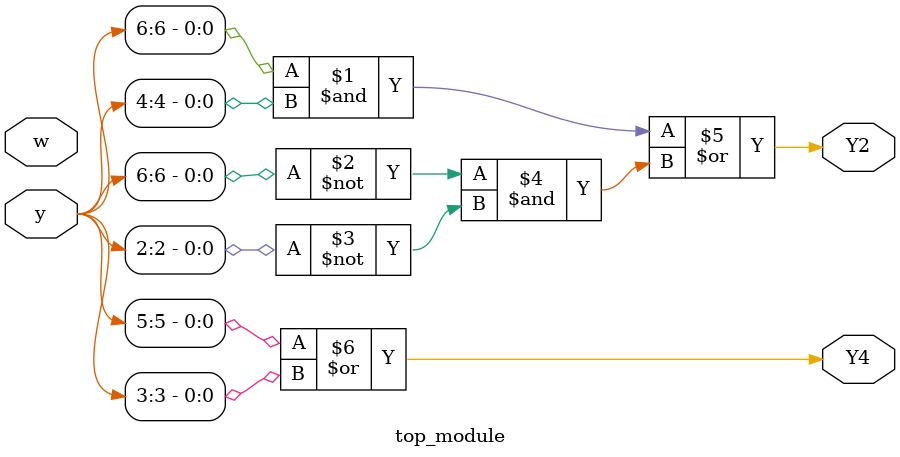
<source format=sv>
module top_module (
	input [6:1] y,
	input w,
	output Y2,
	output Y4
);

	assign Y2 = (y[6] & y[4]) | (~y[6] & ~y[2]);
	assign Y4 = y[5] | y[3];

endmodule

</source>
